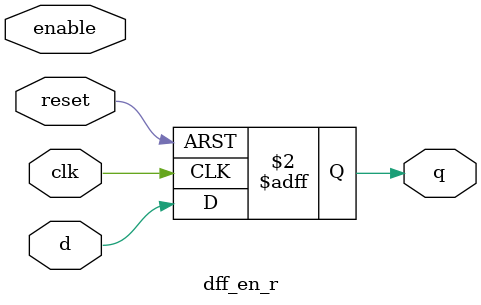
<source format=sv>
module dff_en_r (clk, enable, reset, d, q);
	input logic clk, enable, reset, d;
	output logic q;
	
	always_ff @(negedge clk, posedge reset) begin
		if(reset)
			q<=1'b0;
		else
			q<=d;
	end
endmodule
</source>
